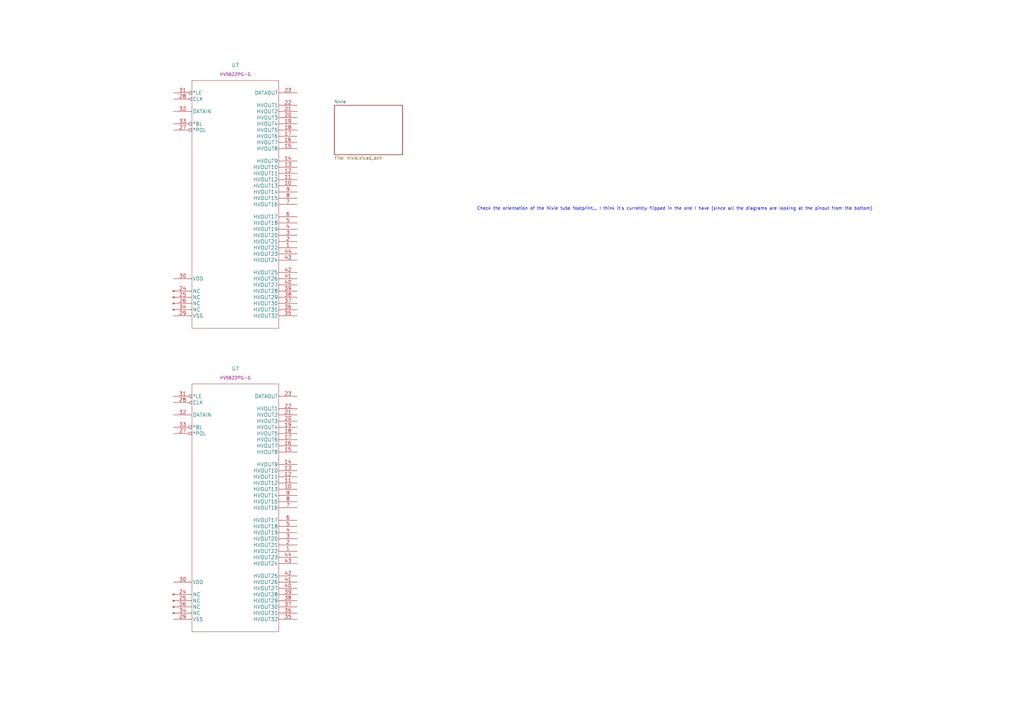
<source format=kicad_sch>
(kicad_sch (version 20211123) (generator eeschema)
  (paper "A3")
  (lib_symbols
    (symbol "IC_HV5622PG-G_1" (pin_names (offset 0.254))
      (property "Reference" "U" (at 8.89 6.35 0))
      (property "ManufacturerPN" "HV5622PG-G" (at 7.62 -99.06 0))
      (symbol "IC_HV5622PG-G_1_1_1"
        (polyline (pts (xy 7.62 -96.52) (xy 43.18 -96.52)) (stroke (width 0.127)))
        (polyline (pts (xy 7.62 5.08) (xy 7.62 -96.52)) (stroke (width 0.127)))
        (polyline (pts (xy 43.18 -96.52) (xy 43.18 5.08)) (stroke (width 0.127)))
        (polyline (pts (xy 43.18 5.08) (xy 7.62 5.08)) (stroke (width 0.127)))
        (pin output line (at 50.8 -63.5 180) (length 7.62) (name "HVOUT22") (number "1"))
        (pin output line (at 50.8 -38.1 180) (length 7.62) (name "HVOUT13") (number "10"))
        (pin output line (at 50.8 -35.56 180) (length 7.62) (name "HVOUT12") (number "11"))
        (pin output line (at 50.8 -33.02 180) (length 7.62) (name "HVOUT11") (number "12"))
        (pin output line (at 50.8 -30.48 180) (length 7.62) (name "HVOUT10") (number "13"))
        (pin output line (at 50.8 -27.94 180) (length 7.62) (name "HVOUT9") (number "14"))
        (pin output line (at 50.8 -22.86 180) (length 7.62) (name "HVOUT8") (number "15"))
        (pin output line (at 50.8 -20.32 180) (length 7.62) (name "HVOUT7") (number "16"))
        (pin output line (at 50.8 -17.78 180) (length 7.62) (name "HVOUT6") (number "17"))
        (pin output line (at 50.8 -15.24 180) (length 7.62) (name "HVOUT5") (number "18"))
        (pin output line (at 50.8 -12.7 180) (length 7.62) (name "HVOUT4") (number "19"))
        (pin output line (at 50.8 -60.96 180) (length 7.62) (name "HVOUT21") (number "2"))
        (pin output line (at 50.8 -10.16 180) (length 7.62) (name "HVOUT3") (number "20"))
        (pin output line (at 50.8 -7.62 180) (length 7.62) (name "HVOUT2") (number "21"))
        (pin output line (at 50.8 -5.08 180) (length 7.62) (name "HVOUT1") (number "22"))
        (pin output line (at 50.8 0 180) (length 7.62) (name "DATAOUT") (number "23"))
        (pin no_connect line (at 0 -81.28 0) (length 7.62) (name "NC") (number "24"))
        (pin no_connect line (at 0 -83.82 0) (length 7.62) (name "NC") (number "25"))
        (pin no_connect line (at 0 -86.36 0) (length 7.62) (name "NC") (number "26"))
        (pin input inverted (at 0 -15.24 0) (length 7.62) (name "*POL") (number "27"))
        (pin input edge_clock_high (at 0 -2.54 0) (length 7.62) (name "CLK") (number "28"))
        (pin power_in line (at 0 -91.44 0) (length 7.62) (name "VSS") (number "29"))
        (pin output line (at 50.8 -58.42 180) (length 7.62) (name "HVOUT20") (number "3"))
        (pin power_in line (at 0 -76.2 0) (length 7.62) (name "VDD") (number "30"))
        (pin input inverted (at 0 0 0) (length 7.62) (name "*LE") (number "31"))
        (pin input line (at 0 -7.62 0) (length 7.62) (name "DATAIN") (number "32"))
        (pin input inverted (at 0 -12.7 0) (length 7.62) (name "*BL") (number "33"))
        (pin no_connect line (at 0 -88.9 0) (length 7.62) (name "NC") (number "34"))
        (pin output line (at 50.8 -91.44 180) (length 7.62) (name "HVOUT32") (number "35"))
        (pin output line (at 50.8 -88.9 180) (length 7.62) (name "HVOUT31") (number "36"))
        (pin output line (at 50.8 -86.36 180) (length 7.62) (name "HVOUT30") (number "37"))
        (pin output line (at 50.8 -83.82 180) (length 7.62) (name "HVOUT29") (number "38"))
        (pin output line (at 50.8 -81.28 180) (length 7.62) (name "HVOUT28") (number "39"))
        (pin output line (at 50.8 -55.88 180) (length 7.62) (name "HVOUT19") (number "4"))
        (pin output line (at 50.8 -78.74 180) (length 7.62) (name "HVOUT27") (number "40"))
        (pin output line (at 50.8 -76.2 180) (length 7.62) (name "HVOUT26") (number "41"))
        (pin output line (at 50.8 -73.66 180) (length 7.62) (name "HVOUT25") (number "42"))
        (pin output line (at 50.8 -68.58 180) (length 7.62) (name "HVOUT24") (number "43"))
        (pin output line (at 50.8 -66.04 180) (length 7.62) (name "HVOUT23") (number "44"))
        (pin output line (at 50.8 -53.34 180) (length 7.62) (name "HVOUT18") (number "5"))
        (pin output line (at 50.8 -50.8 180) (length 7.62) (name "HVOUT17") (number "6"))
        (pin output line (at 50.8 -45.72 180) (length 7.62) (name "HVOUT16") (number "7"))
        (pin output line (at 50.8 -43.18 180) (length 7.62) (name "HVOUT15") (number "8"))
        (pin output line (at 50.8 -40.64 180) (length 7.62) (name "HVOUT14") (number "9"))
      )
    )
    (symbol "arjun_symbols:IC_HV5622PG-G" (pin_names (offset 0.254))
      (property "Reference" "U" (at 8.89 6.35 0))
      (property "ManufacturerPN" "HV5622PG-G" (at 7.62 -99.06 0))
      (symbol "IC_HV5622PG-G_1_1"
        (polyline (pts (xy 7.62 -96.52) (xy 43.18 -96.52)) (stroke (width 0.127)))
        (polyline (pts (xy 7.62 5.08) (xy 7.62 -96.52)) (stroke (width 0.127)))
        (polyline (pts (xy 43.18 -96.52) (xy 43.18 5.08)) (stroke (width 0.127)))
        (polyline (pts (xy 43.18 5.08) (xy 7.62 5.08)) (stroke (width 0.127)))
        (pin output line (at 50.8 -63.5 180) (length 7.62) (name "HVOUT22") (number "1"))
        (pin output line (at 50.8 -38.1 180) (length 7.62) (name "HVOUT13") (number "10"))
        (pin output line (at 50.8 -35.56 180) (length 7.62) (name "HVOUT12") (number "11"))
        (pin output line (at 50.8 -33.02 180) (length 7.62) (name "HVOUT11") (number "12"))
        (pin output line (at 50.8 -30.48 180) (length 7.62) (name "HVOUT10") (number "13"))
        (pin output line (at 50.8 -27.94 180) (length 7.62) (name "HVOUT9") (number "14"))
        (pin output line (at 50.8 -22.86 180) (length 7.62) (name "HVOUT8") (number "15"))
        (pin output line (at 50.8 -20.32 180) (length 7.62) (name "HVOUT7") (number "16"))
        (pin output line (at 50.8 -17.78 180) (length 7.62) (name "HVOUT6") (number "17"))
        (pin output line (at 50.8 -15.24 180) (length 7.62) (name "HVOUT5") (number "18"))
        (pin output line (at 50.8 -12.7 180) (length 7.62) (name "HVOUT4") (number "19"))
        (pin output line (at 50.8 -60.96 180) (length 7.62) (name "HVOUT21") (number "2"))
        (pin output line (at 50.8 -10.16 180) (length 7.62) (name "HVOUT3") (number "20"))
        (pin output line (at 50.8 -7.62 180) (length 7.62) (name "HVOUT2") (number "21"))
        (pin output line (at 50.8 -5.08 180) (length 7.62) (name "HVOUT1") (number "22"))
        (pin output line (at 50.8 0 180) (length 7.62) (name "DATAOUT") (number "23"))
        (pin no_connect line (at 0 -81.28 0) (length 7.62) (name "NC") (number "24"))
        (pin no_connect line (at 0 -83.82 0) (length 7.62) (name "NC") (number "25"))
        (pin no_connect line (at 0 -86.36 0) (length 7.62) (name "NC") (number "26"))
        (pin input inverted (at 0 -15.24 0) (length 7.62) (name "*POL") (number "27"))
        (pin input edge_clock_high (at 0 -2.54 0) (length 7.62) (name "CLK") (number "28"))
        (pin power_in line (at 0 -91.44 0) (length 7.62) (name "VSS") (number "29"))
        (pin output line (at 50.8 -58.42 180) (length 7.62) (name "HVOUT20") (number "3"))
        (pin power_in line (at 0 -76.2 0) (length 7.62) (name "VDD") (number "30"))
        (pin input inverted (at 0 0 0) (length 7.62) (name "*LE") (number "31"))
        (pin input line (at 0 -7.62 0) (length 7.62) (name "DATAIN") (number "32"))
        (pin input inverted (at 0 -12.7 0) (length 7.62) (name "*BL") (number "33"))
        (pin no_connect line (at 0 -88.9 0) (length 7.62) (name "NC") (number "34"))
        (pin output line (at 50.8 -91.44 180) (length 7.62) (name "HVOUT32") (number "35"))
        (pin output line (at 50.8 -88.9 180) (length 7.62) (name "HVOUT31") (number "36"))
        (pin output line (at 50.8 -86.36 180) (length 7.62) (name "HVOUT30") (number "37"))
        (pin output line (at 50.8 -83.82 180) (length 7.62) (name "HVOUT29") (number "38"))
        (pin output line (at 50.8 -81.28 180) (length 7.62) (name "HVOUT28") (number "39"))
        (pin output line (at 50.8 -55.88 180) (length 7.62) (name "HVOUT19") (number "4"))
        (pin output line (at 50.8 -78.74 180) (length 7.62) (name "HVOUT27") (number "40"))
        (pin output line (at 50.8 -76.2 180) (length 7.62) (name "HVOUT26") (number "41"))
        (pin output line (at 50.8 -73.66 180) (length 7.62) (name "HVOUT25") (number "42"))
        (pin output line (at 50.8 -68.58 180) (length 7.62) (name "HVOUT24") (number "43"))
        (pin output line (at 50.8 -66.04 180) (length 7.62) (name "HVOUT23") (number "44"))
        (pin output line (at 50.8 -53.34 180) (length 7.62) (name "HVOUT18") (number "5"))
        (pin output line (at 50.8 -50.8 180) (length 7.62) (name "HVOUT17") (number "6"))
        (pin output line (at 50.8 -45.72 180) (length 7.62) (name "HVOUT16") (number "7"))
        (pin output line (at 50.8 -43.18 180) (length 7.62) (name "HVOUT15") (number "8"))
        (pin output line (at 50.8 -40.64 180) (length 7.62) (name "HVOUT14") (number "9"))
      )
    )
  )
  (text "Check the orientation of the Nixie tube footprint... I think it's currently flipped in the one I have (since all the diagrams are looking at the pinout from the bottom)" (at 195.58 86.36 0) (effects (font (size 1.27 1.27)) (justify left bottom)))
  (symbol (lib_name "IC_HV5622PG-G_1") (lib_id "arjun_symbols:IC_HV5622PG-G") (at 71.12 162.56 0) (unit 1)
    (property "Reference" "U?" (at 96.52 151.13 0) (effects (font (size 1.524 1.524))))
    (property "Value" "IC_HV5622PG-G" (effects hide))
    (property "Footprint" "arjun_footprints:HV5622PG-G" (effects hide))
    (property "Datasheet" "https://ww1.microchip.com/downloads/aemDocuments/documents/OTH/ProductDocuments/DataSheets/20005854A.pdf" (effects hide))
    (property "Manufacturer" "Microchip Technology" (effects hide))
    (property "ManufacturerPN" "HV5622PG-G" (at 96.52 154.94 0))
    (property "Vendor" "Digi-Key" (effects hide))
    (property "VendorPN" "HV5622PG-G-ND" (effects hide))
  )
  (symbol (lib_id "arjun_symbols:IC_HV5622PG-G") (at 71.12 38.1 0) (unit 1)
    (property "Reference" "U?" (at 96.52 26.67 0) (effects (font (size 1.524 1.524))))
    (property "Value" "IC_HV5622PG-G" (effects hide))
    (property "Footprint" "arjun_footprints:HV5622PG-G" (effects hide))
    (property "Datasheet" "https://ww1.microchip.com/downloads/aemDocuments/documents/OTH/ProductDocuments/DataSheets/20005854A.pdf" (effects hide))
    (property "Manufacturer" "Microchip Technology" (effects hide))
    (property "ManufacturerPN" "HV5622PG-G" (at 96.52 30.48 0))
    (property "Vendor" "Digi-Key" (effects hide))
    (property "VendorPN" "HV5622PG-G-ND" (effects hide))
  )
  (sheet (at 137.16 43.18) (size 27.94 20.32) (stroke (width 0.1524))
    (property "Sheet name" "Nixie" (at 137.16 42.4684 0) (effects (justify left bottom)))
    (property "Sheet file" "nixie.kicad_sch" (at 137.16 64.0846 0) (effects (justify left top)))
  )
)
</source>
